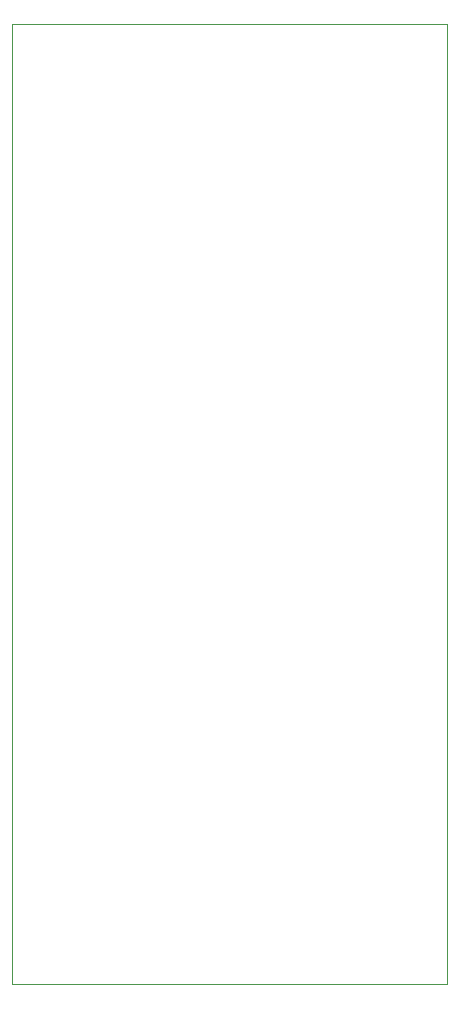
<source format=gbr>
%TF.GenerationSoftware,KiCad,Pcbnew,(6.0.10)*%
%TF.CreationDate,2022-12-23T07:28:00+11:00*%
%TF.ProjectId,bbc1770,62626331-3737-4302-9e6b-696361645f70,rev?*%
%TF.SameCoordinates,Original*%
%TF.FileFunction,Profile,NP*%
%FSLAX46Y46*%
G04 Gerber Fmt 4.6, Leading zero omitted, Abs format (unit mm)*
G04 Created by KiCad (PCBNEW (6.0.10)) date 2022-12-23 07:28:00*
%MOMM*%
%LPD*%
G01*
G04 APERTURE LIST*
%TA.AperFunction,Profile*%
%ADD10C,0.100000*%
%TD*%
G04 APERTURE END LIST*
D10*
X17780000Y-12700000D02*
X53340000Y-12700000D01*
X17780000Y-93980000D02*
X17780000Y-12700000D01*
X54610000Y-93980000D02*
X17780000Y-93980000D01*
X54610000Y-12700000D02*
X54610000Y-93980000D01*
X54610000Y-12700000D02*
X53340000Y-12700000D01*
M02*

</source>
